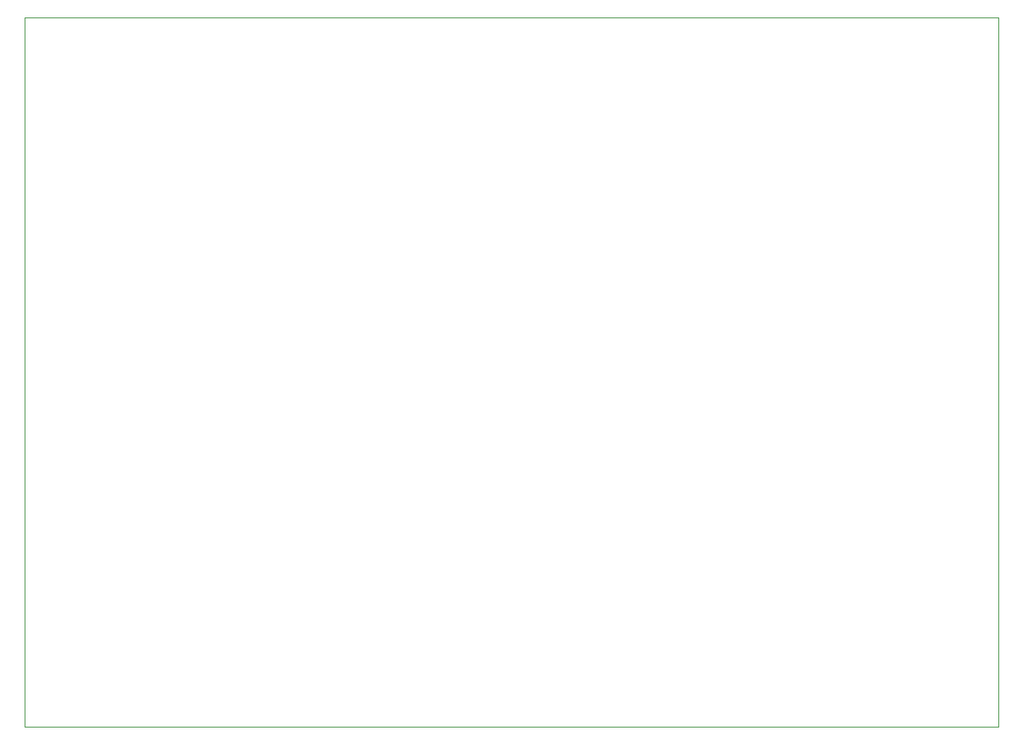
<source format=gbr>
%TF.GenerationSoftware,KiCad,Pcbnew,9.0.3-1.fc42*%
%TF.CreationDate,2025-11-28T05:18:48+00:00*%
%TF.ProjectId,qfp_1mm_44_pin,7166705f-316d-46d5-9f34-345f70696e2e,rev?*%
%TF.SameCoordinates,Original*%
%TF.FileFunction,Profile,NP*%
%FSLAX46Y46*%
G04 Gerber Fmt 4.6, Leading zero omitted, Abs format (unit mm)*
G04 Created by KiCad (PCBNEW 9.0.3-1.fc42) date 2025-11-28 05:18:48*
%MOMM*%
%LPD*%
G01*
G04 APERTURE LIST*
%TA.AperFunction,Profile*%
%ADD10C,0.050000*%
%TD*%
G04 APERTURE END LIST*
D10*
X74836000Y-43180000D02*
X178656000Y-43180000D01*
X178656000Y-118810000D01*
X74836000Y-118810000D01*
X74836000Y-43180000D01*
M02*

</source>
